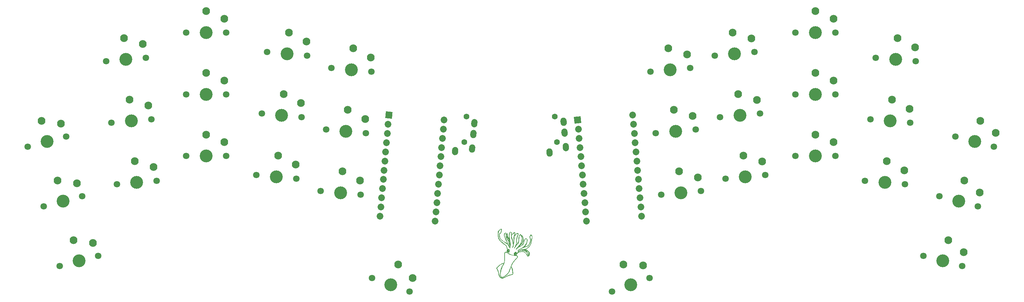
<source format=gbr>
%TF.GenerationSoftware,KiCad,Pcbnew,(5.1.9)-1*%
%TF.CreationDate,2021-06-30T20:34:52+02:00*%
%TF.ProjectId,dosidicus_gigas,646f7369-6469-4637-9573-5f6769676173,VERSION_HERE*%
%TF.SameCoordinates,Original*%
%TF.FileFunction,Soldermask,Top*%
%TF.FilePolarity,Negative*%
%FSLAX46Y46*%
G04 Gerber Fmt 4.6, Leading zero omitted, Abs format (unit mm)*
G04 Created by KiCad (PCBNEW (5.1.9)-1) date 2021-06-30 20:34:52*
%MOMM*%
%LPD*%
G01*
G04 APERTURE LIST*
%ADD10C,0.010000*%
%ADD11C,3.529000*%
%ADD12C,1.801800*%
%ADD13C,2.132000*%
%ADD14C,1.852600*%
%ADD15C,1.600000*%
G04 APERTURE END LIST*
D10*
%TO.C,G\u002A\u002A\u002A*%
G36*
X129804762Y-5302306D02*
G01*
X129710254Y-5270655D01*
X129441321Y-5087579D01*
X129229122Y-4746982D01*
X129075014Y-4251366D01*
X129031421Y-4019525D01*
X128940994Y-3650887D01*
X128795909Y-3247147D01*
X128679091Y-2996356D01*
X128410332Y-2492113D01*
X128896218Y-2044556D01*
X129368707Y-1639718D01*
X129759879Y-1372372D01*
X130078862Y-1236858D01*
X130231929Y-1216434D01*
X130376675Y-1191512D01*
X130484026Y-1103913D01*
X130558887Y-933470D01*
X130606161Y-660016D01*
X130630755Y-263385D01*
X130637572Y276590D01*
X130637005Y449039D01*
X130637077Y938201D01*
X130645567Y1286296D01*
X130665299Y1521494D01*
X130699100Y1671969D01*
X130749794Y1765894D01*
X130771498Y1790070D01*
X130975653Y1892417D01*
X131109452Y1893692D01*
X131247938Y1893252D01*
X131322624Y1990005D01*
X131360717Y2146800D01*
X131383605Y2582330D01*
X131313175Y3041533D01*
X131163606Y3441046D01*
X131131003Y3497557D01*
X130976719Y3680071D01*
X130725176Y3908766D01*
X130423695Y4141668D01*
X130337449Y4201464D01*
X129794439Y4617871D01*
X129379661Y5057976D01*
X129056726Y5557334D01*
X128978028Y5743713D01*
X128929011Y5975259D01*
X128903908Y6293842D01*
X128896958Y6717433D01*
X128896333Y7581199D01*
X129231016Y7923933D01*
X129443902Y8113692D01*
X129636434Y8238155D01*
X129729506Y8266667D01*
X129821936Y8250260D01*
X129862044Y8174062D01*
X129859531Y7997606D01*
X129839431Y7808204D01*
X129792414Y7465658D01*
X129737445Y7248742D01*
X129655621Y7114106D01*
X129528039Y7018402D01*
X129484509Y6994264D01*
X129323821Y6815988D01*
X129275214Y6518231D01*
X129339228Y6108916D01*
X129408643Y5879459D01*
X129476101Y5695408D01*
X129552456Y5540933D01*
X129657725Y5399036D01*
X129811927Y5252719D01*
X130035079Y5084983D01*
X130347198Y4878830D01*
X130768303Y4617261D01*
X131213786Y4346588D01*
X131499239Y4173803D01*
X131437974Y4378735D01*
X131386082Y4530986D01*
X131310118Y4706077D01*
X131192744Y4939477D01*
X131016623Y5266654D01*
X130903229Y5472667D01*
X130692415Y5936350D01*
X130583935Y6364719D01*
X130582742Y6726765D01*
X130666648Y6954488D01*
X130860725Y7128800D01*
X131093677Y7147586D01*
X131336966Y7010653D01*
X131389276Y6959361D01*
X131517826Y6790499D01*
X131532571Y6630751D01*
X131492095Y6490795D01*
X131445812Y6312155D01*
X131481851Y6279228D01*
X131487723Y6282597D01*
X131554103Y6269668D01*
X131555418Y6221997D01*
X131571467Y6055354D01*
X131642268Y5857613D01*
X131737072Y5697416D01*
X131815238Y5642000D01*
X131861040Y5721034D01*
X131891545Y5936259D01*
X131902000Y6237386D01*
X131927846Y6686352D01*
X131999027Y7049086D01*
X132106010Y7308001D01*
X132239260Y7445508D01*
X132389241Y7444020D01*
X132503009Y7346056D01*
X132584976Y7205962D01*
X132624425Y7014619D01*
X132628566Y6724097D01*
X132621403Y6558952D01*
X132616407Y6169562D01*
X132660110Y5850497D01*
X132768031Y5506028D01*
X132809688Y5397533D01*
X132935502Y5028989D01*
X133038685Y4640480D01*
X133088467Y4372000D01*
X133112499Y4216571D01*
X133130521Y4192100D01*
X133143653Y4308256D01*
X133153018Y4574709D01*
X133159552Y4984925D01*
X133171691Y5495894D01*
X133197800Y5879002D01*
X133242796Y6175478D01*
X133311594Y6426552D01*
X133341290Y6508925D01*
X133435007Y6773291D01*
X133496504Y6980889D01*
X133510624Y7060167D01*
X133462904Y7161121D01*
X133334078Y7137427D01*
X133145852Y6998990D01*
X132966931Y6812094D01*
X132777909Y6605635D01*
X132680389Y6527649D01*
X132682006Y6576308D01*
X132790394Y6749784D01*
X132854500Y6839014D01*
X133049572Y7050070D01*
X133265188Y7211912D01*
X133279354Y7219547D01*
X133447255Y7293942D01*
X133528835Y7275881D01*
X133566439Y7203842D01*
X133577665Y7035427D01*
X133536724Y6800248D01*
X133525335Y6760686D01*
X133463353Y6521463D01*
X133471640Y6436204D01*
X133550355Y6504736D01*
X133641003Y6634191D01*
X133877167Y6922234D01*
X134107867Y7063952D01*
X134317775Y7053233D01*
X134442460Y6953780D01*
X134488268Y6854990D01*
X134473928Y6708585D01*
X134391746Y6474481D01*
X134316505Y6297613D01*
X134199078Y5994216D01*
X134118436Y5683660D01*
X134063690Y5311433D01*
X134024888Y4837667D01*
X134002031Y4460936D01*
X133985870Y4152987D01*
X133978087Y3948994D01*
X133979299Y3883633D01*
X134030493Y3932293D01*
X134144116Y4081553D01*
X134213462Y4179967D01*
X134384101Y4497042D01*
X134508703Y4860549D01*
X134570065Y5206635D01*
X134556406Y5452754D01*
X134546441Y5696519D01*
X134600781Y6009922D01*
X134700164Y6322970D01*
X134825325Y6565672D01*
X134880175Y6629098D01*
X135011413Y6731151D01*
X135101992Y6710255D01*
X135197122Y6602853D01*
X135362843Y6455044D01*
X135499050Y6391922D01*
X135642517Y6284774D01*
X135762551Y6048225D01*
X135844357Y5721988D01*
X135863366Y5500583D01*
X135770339Y5500583D01*
X135670376Y6001275D01*
X135639007Y6086500D01*
X135536437Y6278920D01*
X135461734Y6313799D01*
X135437783Y6202858D01*
X135474530Y6002265D01*
X135528404Y5559726D01*
X135480528Y5049580D01*
X135338100Y4533850D01*
X135290384Y4415524D01*
X135108225Y3993381D01*
X135323315Y4195447D01*
X135589839Y4555921D01*
X135741171Y5004882D01*
X135770339Y5500583D01*
X135863366Y5500583D01*
X135873032Y5388000D01*
X135800983Y4895864D01*
X135570126Y4398704D01*
X135176169Y3887471D01*
X135145325Y3854085D01*
X134738333Y3417774D01*
X135181494Y3641635D01*
X135566893Y3906658D01*
X135828330Y4261454D01*
X135985124Y4733351D01*
X135997132Y4795334D01*
X136091237Y5112311D01*
X136236733Y5387529D01*
X136405373Y5578154D01*
X136555470Y5642000D01*
X136755145Y5566207D01*
X136896782Y5366032D01*
X136959578Y5082283D01*
X136948156Y4871674D01*
X136863230Y4556710D01*
X136713609Y4181865D01*
X136531543Y3817460D01*
X136349281Y3533820D01*
X136316181Y3493588D01*
X136236400Y3391299D01*
X136265140Y3361428D01*
X136428289Y3388288D01*
X136474000Y3397952D01*
X136919726Y3543467D01*
X137253508Y3779556D01*
X137455545Y4030052D01*
X137626791Y4407762D01*
X137721815Y4869247D01*
X137731936Y5343002D01*
X137660936Y5721809D01*
X137603428Y5938297D01*
X137614068Y6108368D01*
X137703725Y6312487D01*
X137752748Y6401464D01*
X137951913Y6755832D01*
X138103031Y6569210D01*
X138283551Y6239923D01*
X138305880Y5906855D01*
X138301050Y5891551D01*
X138227648Y5891551D01*
X138226663Y6061407D01*
X138144524Y6271671D01*
X138132783Y6296435D01*
X137985105Y6606119D01*
X137813925Y6335759D01*
X137704282Y6122288D01*
X137695652Y5939603D01*
X137735706Y5798732D01*
X137812082Y5416219D01*
X137819434Y4965508D01*
X137761156Y4527821D01*
X137670765Y4244274D01*
X137411851Y3840840D01*
X137060941Y3530024D01*
X136659219Y3345676D01*
X136548967Y3322226D01*
X136270261Y3246762D01*
X135909988Y3106245D01*
X135512202Y2922926D01*
X135120959Y2719054D01*
X134780314Y2516877D01*
X134534324Y2338645D01*
X134463587Y2269061D01*
X134340063Y2144398D01*
X134275701Y2122000D01*
X134273087Y2133660D01*
X134345859Y2284226D01*
X134544622Y2474130D01*
X134838319Y2679379D01*
X135195897Y2875982D01*
X135292941Y2921563D01*
X135881306Y3273473D01*
X136344570Y3736209D01*
X136675879Y4302592D01*
X136722448Y4418930D01*
X136829703Y4797830D01*
X136861906Y5134951D01*
X136819003Y5391670D01*
X136723963Y5517495D01*
X136545356Y5544452D01*
X136369054Y5421142D01*
X136208520Y5166264D01*
X136077219Y4798516D01*
X136019446Y4539116D01*
X135865247Y4143741D01*
X135567246Y3795396D01*
X135149574Y3519400D01*
X134974084Y3442442D01*
X134428129Y3141172D01*
X134111253Y2859924D01*
X133924942Y2674809D01*
X133834418Y2611304D01*
X133845796Y2673626D01*
X133848390Y2678667D01*
X133953610Y2831255D01*
X134144988Y3065977D01*
X134390128Y3344063D01*
X134534046Y3499238D01*
X134826507Y3822420D01*
X135024949Y4084601D01*
X135162129Y4337039D01*
X135270803Y4630990D01*
X135283742Y4672323D01*
X135398124Y5084674D01*
X135446715Y5406923D01*
X135431599Y5704103D01*
X135354860Y6041246D01*
X135330334Y6125830D01*
X135207596Y6434942D01*
X135078225Y6584862D01*
X134951389Y6584991D01*
X134836258Y6444731D01*
X134742001Y6173485D01*
X134677787Y5780653D01*
X134655483Y5433845D01*
X134614741Y4928880D01*
X134513760Y4533763D01*
X134331641Y4193643D01*
X134057320Y3864000D01*
X133837038Y3599059D01*
X133621545Y3289521D01*
X133559669Y3186667D01*
X133440525Y2996947D01*
X133361527Y2909722D01*
X133342353Y2925254D01*
X133385143Y3057497D01*
X133496856Y3275589D01*
X133612083Y3466770D01*
X133733350Y3668163D01*
X133815519Y3852099D01*
X133869394Y4063371D01*
X133905775Y4346774D01*
X133935466Y4747102D01*
X133940554Y4828849D01*
X133980341Y5324468D01*
X134036632Y5705752D01*
X134120007Y6027591D01*
X134225909Y6309329D01*
X134352675Y6647339D01*
X134391988Y6856453D01*
X134365401Y6937799D01*
X134217276Y6979982D01*
X134020139Y6901568D01*
X133813894Y6726075D01*
X133665383Y6525241D01*
X133532346Y6340756D01*
X133441508Y6303413D01*
X133425617Y6319953D01*
X133381955Y6321059D01*
X133360316Y6186313D01*
X133360120Y6178249D01*
X133357592Y6107667D01*
X133341333Y6107667D01*
X133299000Y6150000D01*
X133256666Y6107667D01*
X133299000Y6065334D01*
X133341333Y6107667D01*
X133357592Y6107667D01*
X133340418Y5628193D01*
X133305124Y5071982D01*
X133257775Y4541980D01*
X133201911Y4070552D01*
X133141070Y3690063D01*
X133078791Y3432879D01*
X133052995Y3369299D01*
X132948871Y3198542D01*
X132873560Y3126239D01*
X132862564Y3129214D01*
X132863611Y3227497D01*
X132911140Y3343183D01*
X132995296Y3636745D01*
X133009718Y4037813D01*
X132958286Y4501399D01*
X132844877Y4982513D01*
X132744988Y5270261D01*
X132607812Y5643554D01*
X132532537Y5946165D01*
X132504619Y6258508D01*
X132507079Y6585641D01*
X132500699Y7022070D01*
X132450595Y7295938D01*
X132356404Y7408373D01*
X132251179Y7384164D01*
X132127146Y7218096D01*
X132044016Y6919102D01*
X132003036Y6518882D01*
X132005454Y6049135D01*
X132052516Y5541560D01*
X132057321Y5515000D01*
X131817333Y5515000D01*
X131775000Y5557334D01*
X131732666Y5515000D01*
X131775000Y5472667D01*
X131817333Y5515000D01*
X132057321Y5515000D01*
X132145470Y5027856D01*
X132156593Y4980470D01*
X132264432Y4476610D01*
X132314264Y4078178D01*
X132308633Y3740310D01*
X132232344Y3740310D01*
X132157197Y3761231D01*
X132083729Y3740934D01*
X131944011Y3726291D01*
X131902528Y3831085D01*
X131902000Y3858295D01*
X131940851Y4010682D01*
X132047611Y4009248D01*
X132121125Y3949675D01*
X132193237Y3937003D01*
X132217486Y4034640D01*
X132197944Y4153052D01*
X132082597Y4164581D01*
X132023760Y4151453D01*
X131869544Y4137714D01*
X131819326Y4227794D01*
X131817333Y4278155D01*
X131850097Y4420660D01*
X131899343Y4456667D01*
X131944694Y4392285D01*
X131930285Y4308500D01*
X131910949Y4223548D01*
X131966928Y4271321D01*
X132014917Y4329667D01*
X132135307Y4514580D01*
X132119087Y4602060D01*
X131965142Y4596233D01*
X131944333Y4591232D01*
X131780284Y4578684D01*
X131732666Y4661724D01*
X131783630Y4806561D01*
X131817333Y4837667D01*
X131893952Y4822721D01*
X131903296Y4779164D01*
X131925384Y4722090D01*
X131983494Y4793099D01*
X132010951Y4930922D01*
X131971350Y4974133D01*
X131926366Y5082009D01*
X131946568Y5137616D01*
X131966402Y5204356D01*
X131900693Y5175526D01*
X131824084Y5156671D01*
X131839932Y5240104D01*
X131825868Y5378637D01*
X131769654Y5420669D01*
X131660497Y5530072D01*
X131648000Y5587951D01*
X131580151Y5723553D01*
X131531691Y5753182D01*
X131428885Y5870798D01*
X131363133Y6088458D01*
X131345208Y6338924D01*
X131385884Y6554957D01*
X131398833Y6582364D01*
X131450331Y6706830D01*
X131402447Y6705554D01*
X131326053Y6721548D01*
X131309333Y6808226D01*
X131253066Y7004907D01*
X131113365Y7085327D01*
X130933883Y7045134D01*
X130758272Y6879973D01*
X130747662Y6864245D01*
X130667376Y6710154D01*
X130647787Y6545976D01*
X130684789Y6306042D01*
X130706632Y6208079D01*
X130804708Y5905811D01*
X130962361Y5544013D01*
X131135485Y5218667D01*
X131306833Y4904531D01*
X131445194Y4602992D01*
X131521475Y4377669D01*
X131522652Y4372000D01*
X131592932Y4133955D01*
X131683069Y3956890D01*
X131689681Y3948667D01*
X131794772Y3795934D01*
X131928259Y3566684D01*
X131972850Y3483000D01*
X132075780Y3310097D01*
X132141487Y3248445D01*
X132153414Y3271334D01*
X132178691Y3452491D01*
X132211885Y3598473D01*
X132232344Y3740310D01*
X132308633Y3740310D01*
X132308501Y3732415D01*
X132249556Y3386560D01*
X132232651Y3316911D01*
X132139969Y2948838D01*
X131870491Y3469400D01*
X131751822Y3686927D01*
X131634125Y3858892D01*
X131487530Y4012608D01*
X131282163Y4175391D01*
X130988153Y4374554D01*
X130632064Y4601801D01*
X130139146Y4927521D01*
X129777644Y5208136D01*
X129525821Y5470778D01*
X129361943Y5742582D01*
X129264273Y6050681D01*
X129216260Y6369196D01*
X129193908Y6648494D01*
X129211818Y6820485D01*
X129288097Y6945744D01*
X129426579Y7072784D01*
X129600402Y7258398D01*
X129698286Y7485174D01*
X129744005Y7737500D01*
X129766644Y8023235D01*
X129730146Y8157162D01*
X129618514Y8146782D01*
X129415745Y7999598D01*
X129334383Y7929564D01*
X129191166Y7793142D01*
X129100991Y7660291D01*
X129046696Y7483470D01*
X129011119Y7215134D01*
X128990540Y6977064D01*
X128977526Y6370831D01*
X129055274Y5872323D01*
X129236207Y5439141D01*
X129532750Y5028886D01*
X129575605Y4980394D01*
X129860602Y4696564D01*
X130190457Y4415049D01*
X130400268Y4260936D01*
X130671523Y4067944D01*
X130910511Y3877009D01*
X131030126Y3765446D01*
X131257159Y3435655D01*
X131418862Y3036183D01*
X131479963Y2660220D01*
X131507763Y2426446D01*
X131572616Y2255334D01*
X131636885Y2178607D01*
X131624218Y2251513D01*
X131616311Y2276500D01*
X131603262Y2497101D01*
X131702907Y2644521D01*
X131824778Y2678667D01*
X131962160Y2608054D01*
X132040841Y2432269D01*
X132046941Y2358781D01*
X131897656Y2358781D01*
X131833791Y2424417D01*
X131827203Y2424667D01*
X131757274Y2352350D01*
X131711803Y2212260D01*
X131697856Y2070490D01*
X131749410Y2067387D01*
X131786599Y2095627D01*
X131879020Y2225641D01*
X131897656Y2358781D01*
X132046941Y2358781D01*
X132059676Y2205390D01*
X132017523Y1981495D01*
X131941716Y1860222D01*
X131789111Y1860222D01*
X131777489Y1910557D01*
X131732666Y1916667D01*
X131662976Y1885689D01*
X131676222Y1860222D01*
X131776702Y1850089D01*
X131789111Y1860222D01*
X131941716Y1860222D01*
X131913237Y1814663D01*
X131843956Y1771923D01*
X131681278Y1794509D01*
X131550146Y1911928D01*
X131440060Y2039303D01*
X131399618Y2037825D01*
X131394000Y1931812D01*
X131471217Y1755267D01*
X131679327Y1563833D01*
X131983016Y1375016D01*
X132346970Y1206322D01*
X132735877Y1075259D01*
X133114423Y999331D01*
X133299000Y987429D01*
X133541459Y992844D01*
X133692042Y1035638D01*
X133806753Y1151451D01*
X133941597Y1375921D01*
X133959476Y1407731D01*
X134146028Y1688890D01*
X134359612Y1939046D01*
X134469884Y2038386D01*
X134786212Y2244979D01*
X135140236Y2423320D01*
X135473829Y2547618D01*
X135717799Y2592141D01*
X136202284Y2666841D01*
X136700241Y2865029D01*
X137147818Y3159546D01*
X137237346Y3238452D01*
X137648072Y3729478D01*
X137905220Y4286700D01*
X138003520Y4883230D01*
X138038374Y5218189D01*
X138108312Y5541904D01*
X138150113Y5666209D01*
X138227648Y5891551D01*
X138301050Y5891551D01*
X138253713Y5741590D01*
X138189391Y5526627D01*
X138139944Y5226655D01*
X138124092Y5043941D01*
X138016820Y4353985D01*
X137777326Y3757870D01*
X137411479Y3265581D01*
X136925151Y2887106D01*
X136823570Y2830950D01*
X136369490Y2593735D01*
X136634190Y2540796D01*
X136801538Y2467000D01*
X136474000Y2467000D01*
X136431666Y2509334D01*
X136389333Y2467000D01*
X136431666Y2424667D01*
X136474000Y2467000D01*
X136801538Y2467000D01*
X136919727Y2414882D01*
X137206749Y2178923D01*
X137331482Y2025603D01*
X137222352Y2025603D01*
X137201751Y2072918D01*
X137116501Y2163812D01*
X137067491Y2145166D01*
X137066666Y2133330D01*
X137126803Y2061718D01*
X137164415Y2035582D01*
X137222352Y2025603D01*
X137331482Y2025603D01*
X137446268Y1884510D01*
X137589300Y1583233D01*
X137595572Y1554620D01*
X137446806Y1554620D01*
X137435797Y1682691D01*
X137393667Y1697790D01*
X137324287Y1714091D01*
X137320666Y1738488D01*
X137265297Y1845810D01*
X137133588Y2007467D01*
X136977136Y2166867D01*
X136847539Y2267414D01*
X136831909Y2274576D01*
X136788077Y2350660D01*
X136788901Y2353371D01*
X136730925Y2381372D01*
X136565395Y2370922D01*
X136563484Y2370623D01*
X136371128Y2370171D01*
X136264753Y2420752D01*
X136144818Y2505390D01*
X136114154Y2509334D01*
X136095683Y2470001D01*
X136174310Y2395257D01*
X136269580Y2297667D01*
X136135333Y2297667D01*
X136093000Y2340000D01*
X136050666Y2297667D01*
X136093000Y2255334D01*
X136135333Y2297667D01*
X136269580Y2297667D01*
X136273870Y2293273D01*
X136227842Y2217954D01*
X136221209Y2213747D01*
X136086081Y2222743D01*
X135947035Y2348990D01*
X135850767Y2457142D01*
X135832063Y2455490D01*
X135837019Y2445236D01*
X135832010Y2382334D01*
X135712000Y2382334D01*
X135669666Y2424667D01*
X135627333Y2382334D01*
X135669666Y2340000D01*
X135712000Y2382334D01*
X135832010Y2382334D01*
X135828510Y2338403D01*
X135724456Y2279233D01*
X135597071Y2292351D01*
X135540185Y2344016D01*
X135467950Y2399877D01*
X135340732Y2390621D01*
X135134017Y2307831D01*
X134823295Y2143087D01*
X134625853Y2030016D01*
X134387788Y1879277D01*
X134301586Y1798445D01*
X134362017Y1794217D01*
X134563852Y1873287D01*
X134698292Y1937271D01*
X135197259Y2100978D01*
X135684957Y2107462D01*
X136135375Y1965874D01*
X136522499Y1685361D01*
X136820320Y1275073D01*
X136868823Y1173864D01*
X136986752Y924108D01*
X137073615Y803734D01*
X137158925Y784003D01*
X137236202Y816108D01*
X137376122Y974958D01*
X137416139Y1136479D01*
X137432225Y1389042D01*
X137446806Y1554620D01*
X137595572Y1554620D01*
X137603079Y1520382D01*
X137613714Y1281667D01*
X137574666Y1281667D01*
X137532333Y1324000D01*
X137490000Y1281667D01*
X137532333Y1239334D01*
X137574666Y1281667D01*
X137613714Y1281667D01*
X137614143Y1272045D01*
X137533832Y1060907D01*
X137437155Y921693D01*
X137235895Y718567D01*
X137065908Y681657D01*
X136923418Y811624D01*
X136829286Y1028206D01*
X136612901Y1471757D01*
X136297943Y1778514D01*
X135882005Y1950013D01*
X135362674Y1987789D01*
X135326722Y1985745D01*
X134847340Y1895149D01*
X134425333Y1701424D01*
X134102107Y1427244D01*
X133980463Y1248506D01*
X133914301Y1087306D01*
X133957149Y997146D01*
X134049190Y944181D01*
X134201319Y790095D01*
X134244485Y663324D01*
X134173313Y663324D01*
X134147701Y758885D01*
X134080751Y820430D01*
X133937834Y859093D01*
X133684319Y886008D01*
X133426000Y903601D01*
X132647807Y1027482D01*
X131953234Y1294277D01*
X131453028Y1616758D01*
X131177802Y1789071D01*
X130970076Y1812732D01*
X130817319Y1688314D01*
X130792952Y1647007D01*
X130741466Y1437679D01*
X130724418Y1065502D01*
X130738131Y596285D01*
X130754512Y42790D01*
X130732519Y-410939D01*
X130660538Y-817901D01*
X130526953Y-1231096D01*
X130320150Y-1703523D01*
X130164703Y-2020333D01*
X129937319Y-2492934D01*
X129781004Y-2874733D01*
X129677256Y-3218629D01*
X129607570Y-3577522D01*
X129598435Y-3639242D01*
X129553644Y-4191910D01*
X129596443Y-4604475D01*
X129725502Y-4875161D01*
X129939492Y-5002193D01*
X130237083Y-4983793D01*
X130520312Y-4870452D01*
X130760255Y-4709438D01*
X131057063Y-4455963D01*
X131366366Y-4153303D01*
X131643789Y-3844731D01*
X131836671Y-3586666D01*
X131921658Y-3415328D01*
X132038324Y-3129987D01*
X132167816Y-2778258D01*
X132237293Y-2574906D01*
X132498562Y-1864443D01*
X132777850Y-1275996D01*
X133101972Y-762477D01*
X133497742Y-276795D01*
X133622979Y-141563D01*
X133912785Y178155D01*
X134089259Y410298D01*
X134167768Y577339D01*
X134173313Y663324D01*
X134244485Y663324D01*
X134256764Y627266D01*
X134246556Y498521D01*
X134174630Y345052D01*
X134022812Y139794D01*
X133772927Y-144316D01*
X133648279Y-278793D01*
X133209375Y-793108D01*
X132873201Y-1281798D01*
X132746653Y-1516553D01*
X132611597Y-1809041D01*
X132545871Y-1992335D01*
X132541828Y-2108066D01*
X132591819Y-2197863D01*
X132616294Y-2226064D01*
X132711079Y-2402468D01*
X132806428Y-2696874D01*
X132891481Y-3058336D01*
X132955373Y-3435907D01*
X132987243Y-3778641D01*
X132985751Y-3947897D01*
X132910975Y-3947897D01*
X132889095Y-3669527D01*
X132839488Y-3326857D01*
X132770465Y-2969450D01*
X132690333Y-2646867D01*
X132613513Y-2422458D01*
X132476122Y-2105000D01*
X132251168Y-2790750D01*
X132117951Y-3150699D01*
X131968408Y-3484340D01*
X131830799Y-3729852D01*
X131806069Y-3764417D01*
X131397470Y-4247824D01*
X130993821Y-4630713D01*
X130610363Y-4905030D01*
X130262338Y-5062723D01*
X129964985Y-5095740D01*
X129733546Y-4996027D01*
X129652661Y-4902226D01*
X129506147Y-4538462D01*
X129459647Y-4070794D01*
X129509388Y-3529120D01*
X129651602Y-2943335D01*
X129882517Y-2343338D01*
X130007346Y-2089923D01*
X130168301Y-1780432D01*
X130293970Y-1530576D01*
X130366809Y-1375662D01*
X130378000Y-1343911D01*
X130307577Y-1302891D01*
X130127966Y-1321506D01*
X129899031Y-1390391D01*
X129722012Y-1492654D01*
X129477334Y-1677717D01*
X129215516Y-1907107D01*
X129194885Y-1926658D01*
X128955625Y-2146387D01*
X128753495Y-2316770D01*
X128627185Y-2405462D01*
X128616951Y-2409794D01*
X128577548Y-2476175D01*
X128618993Y-2637964D01*
X128747251Y-2916965D01*
X128765527Y-2953027D01*
X128920471Y-3316626D01*
X129059239Y-3743769D01*
X129136200Y-4066371D01*
X129255055Y-4556706D01*
X129408200Y-4900571D01*
X129607452Y-5119334D01*
X129765290Y-5203808D01*
X129934953Y-5248598D01*
X130118132Y-5245088D01*
X130346426Y-5184280D01*
X130651433Y-5057177D01*
X131064751Y-4854782D01*
X131157523Y-4807386D01*
X131541007Y-4626684D01*
X131932778Y-4468561D01*
X132267978Y-4358339D01*
X132371762Y-4333320D01*
X132650100Y-4258188D01*
X132841572Y-4169187D01*
X132896820Y-4112405D01*
X132910975Y-3947897D01*
X132985751Y-3947897D01*
X132985658Y-3958355D01*
X132960333Y-4300991D01*
X132367666Y-4435956D01*
X132018972Y-4539607D01*
X131596413Y-4700561D01*
X131172144Y-4890373D01*
X131018527Y-4967794D01*
X130637469Y-5163310D01*
X130364918Y-5285409D01*
X130161519Y-5343201D01*
X129987918Y-5345797D01*
X129804762Y-5302306D01*
G37*
X129804762Y-5302306D02*
X129710254Y-5270655D01*
X129441321Y-5087579D01*
X129229122Y-4746982D01*
X129075014Y-4251366D01*
X129031421Y-4019525D01*
X128940994Y-3650887D01*
X128795909Y-3247147D01*
X128679091Y-2996356D01*
X128410332Y-2492113D01*
X128896218Y-2044556D01*
X129368707Y-1639718D01*
X129759879Y-1372372D01*
X130078862Y-1236858D01*
X130231929Y-1216434D01*
X130376675Y-1191512D01*
X130484026Y-1103913D01*
X130558887Y-933470D01*
X130606161Y-660016D01*
X130630755Y-263385D01*
X130637572Y276590D01*
X130637005Y449039D01*
X130637077Y938201D01*
X130645567Y1286296D01*
X130665299Y1521494D01*
X130699100Y1671969D01*
X130749794Y1765894D01*
X130771498Y1790070D01*
X130975653Y1892417D01*
X131109452Y1893692D01*
X131247938Y1893252D01*
X131322624Y1990005D01*
X131360717Y2146800D01*
X131383605Y2582330D01*
X131313175Y3041533D01*
X131163606Y3441046D01*
X131131003Y3497557D01*
X130976719Y3680071D01*
X130725176Y3908766D01*
X130423695Y4141668D01*
X130337449Y4201464D01*
X129794439Y4617871D01*
X129379661Y5057976D01*
X129056726Y5557334D01*
X128978028Y5743713D01*
X128929011Y5975259D01*
X128903908Y6293842D01*
X128896958Y6717433D01*
X128896333Y7581199D01*
X129231016Y7923933D01*
X129443902Y8113692D01*
X129636434Y8238155D01*
X129729506Y8266667D01*
X129821936Y8250260D01*
X129862044Y8174062D01*
X129859531Y7997606D01*
X129839431Y7808204D01*
X129792414Y7465658D01*
X129737445Y7248742D01*
X129655621Y7114106D01*
X129528039Y7018402D01*
X129484509Y6994264D01*
X129323821Y6815988D01*
X129275214Y6518231D01*
X129339228Y6108916D01*
X129408643Y5879459D01*
X129476101Y5695408D01*
X129552456Y5540933D01*
X129657725Y5399036D01*
X129811927Y5252719D01*
X130035079Y5084983D01*
X130347198Y4878830D01*
X130768303Y4617261D01*
X131213786Y4346588D01*
X131499239Y4173803D01*
X131437974Y4378735D01*
X131386082Y4530986D01*
X131310118Y4706077D01*
X131192744Y4939477D01*
X131016623Y5266654D01*
X130903229Y5472667D01*
X130692415Y5936350D01*
X130583935Y6364719D01*
X130582742Y6726765D01*
X130666648Y6954488D01*
X130860725Y7128800D01*
X131093677Y7147586D01*
X131336966Y7010653D01*
X131389276Y6959361D01*
X131517826Y6790499D01*
X131532571Y6630751D01*
X131492095Y6490795D01*
X131445812Y6312155D01*
X131481851Y6279228D01*
X131487723Y6282597D01*
X131554103Y6269668D01*
X131555418Y6221997D01*
X131571467Y6055354D01*
X131642268Y5857613D01*
X131737072Y5697416D01*
X131815238Y5642000D01*
X131861040Y5721034D01*
X131891545Y5936259D01*
X131902000Y6237386D01*
X131927846Y6686352D01*
X131999027Y7049086D01*
X132106010Y7308001D01*
X132239260Y7445508D01*
X132389241Y7444020D01*
X132503009Y7346056D01*
X132584976Y7205962D01*
X132624425Y7014619D01*
X132628566Y6724097D01*
X132621403Y6558952D01*
X132616407Y6169562D01*
X132660110Y5850497D01*
X132768031Y5506028D01*
X132809688Y5397533D01*
X132935502Y5028989D01*
X133038685Y4640480D01*
X133088467Y4372000D01*
X133112499Y4216571D01*
X133130521Y4192100D01*
X133143653Y4308256D01*
X133153018Y4574709D01*
X133159552Y4984925D01*
X133171691Y5495894D01*
X133197800Y5879002D01*
X133242796Y6175478D01*
X133311594Y6426552D01*
X133341290Y6508925D01*
X133435007Y6773291D01*
X133496504Y6980889D01*
X133510624Y7060167D01*
X133462904Y7161121D01*
X133334078Y7137427D01*
X133145852Y6998990D01*
X132966931Y6812094D01*
X132777909Y6605635D01*
X132680389Y6527649D01*
X132682006Y6576308D01*
X132790394Y6749784D01*
X132854500Y6839014D01*
X133049572Y7050070D01*
X133265188Y7211912D01*
X133279354Y7219547D01*
X133447255Y7293942D01*
X133528835Y7275881D01*
X133566439Y7203842D01*
X133577665Y7035427D01*
X133536724Y6800248D01*
X133525335Y6760686D01*
X133463353Y6521463D01*
X133471640Y6436204D01*
X133550355Y6504736D01*
X133641003Y6634191D01*
X133877167Y6922234D01*
X134107867Y7063952D01*
X134317775Y7053233D01*
X134442460Y6953780D01*
X134488268Y6854990D01*
X134473928Y6708585D01*
X134391746Y6474481D01*
X134316505Y6297613D01*
X134199078Y5994216D01*
X134118436Y5683660D01*
X134063690Y5311433D01*
X134024888Y4837667D01*
X134002031Y4460936D01*
X133985870Y4152987D01*
X133978087Y3948994D01*
X133979299Y3883633D01*
X134030493Y3932293D01*
X134144116Y4081553D01*
X134213462Y4179967D01*
X134384101Y4497042D01*
X134508703Y4860549D01*
X134570065Y5206635D01*
X134556406Y5452754D01*
X134546441Y5696519D01*
X134600781Y6009922D01*
X134700164Y6322970D01*
X134825325Y6565672D01*
X134880175Y6629098D01*
X135011413Y6731151D01*
X135101992Y6710255D01*
X135197122Y6602853D01*
X135362843Y6455044D01*
X135499050Y6391922D01*
X135642517Y6284774D01*
X135762551Y6048225D01*
X135844357Y5721988D01*
X135863366Y5500583D01*
X135770339Y5500583D01*
X135670376Y6001275D01*
X135639007Y6086500D01*
X135536437Y6278920D01*
X135461734Y6313799D01*
X135437783Y6202858D01*
X135474530Y6002265D01*
X135528404Y5559726D01*
X135480528Y5049580D01*
X135338100Y4533850D01*
X135290384Y4415524D01*
X135108225Y3993381D01*
X135323315Y4195447D01*
X135589839Y4555921D01*
X135741171Y5004882D01*
X135770339Y5500583D01*
X135863366Y5500583D01*
X135873032Y5388000D01*
X135800983Y4895864D01*
X135570126Y4398704D01*
X135176169Y3887471D01*
X135145325Y3854085D01*
X134738333Y3417774D01*
X135181494Y3641635D01*
X135566893Y3906658D01*
X135828330Y4261454D01*
X135985124Y4733351D01*
X135997132Y4795334D01*
X136091237Y5112311D01*
X136236733Y5387529D01*
X136405373Y5578154D01*
X136555470Y5642000D01*
X136755145Y5566207D01*
X136896782Y5366032D01*
X136959578Y5082283D01*
X136948156Y4871674D01*
X136863230Y4556710D01*
X136713609Y4181865D01*
X136531543Y3817460D01*
X136349281Y3533820D01*
X136316181Y3493588D01*
X136236400Y3391299D01*
X136265140Y3361428D01*
X136428289Y3388288D01*
X136474000Y3397952D01*
X136919726Y3543467D01*
X137253508Y3779556D01*
X137455545Y4030052D01*
X137626791Y4407762D01*
X137721815Y4869247D01*
X137731936Y5343002D01*
X137660936Y5721809D01*
X137603428Y5938297D01*
X137614068Y6108368D01*
X137703725Y6312487D01*
X137752748Y6401464D01*
X137951913Y6755832D01*
X138103031Y6569210D01*
X138283551Y6239923D01*
X138305880Y5906855D01*
X138301050Y5891551D01*
X138227648Y5891551D01*
X138226663Y6061407D01*
X138144524Y6271671D01*
X138132783Y6296435D01*
X137985105Y6606119D01*
X137813925Y6335759D01*
X137704282Y6122288D01*
X137695652Y5939603D01*
X137735706Y5798732D01*
X137812082Y5416219D01*
X137819434Y4965508D01*
X137761156Y4527821D01*
X137670765Y4244274D01*
X137411851Y3840840D01*
X137060941Y3530024D01*
X136659219Y3345676D01*
X136548967Y3322226D01*
X136270261Y3246762D01*
X135909988Y3106245D01*
X135512202Y2922926D01*
X135120959Y2719054D01*
X134780314Y2516877D01*
X134534324Y2338645D01*
X134463587Y2269061D01*
X134340063Y2144398D01*
X134275701Y2122000D01*
X134273087Y2133660D01*
X134345859Y2284226D01*
X134544622Y2474130D01*
X134838319Y2679379D01*
X135195897Y2875982D01*
X135292941Y2921563D01*
X135881306Y3273473D01*
X136344570Y3736209D01*
X136675879Y4302592D01*
X136722448Y4418930D01*
X136829703Y4797830D01*
X136861906Y5134951D01*
X136819003Y5391670D01*
X136723963Y5517495D01*
X136545356Y5544452D01*
X136369054Y5421142D01*
X136208520Y5166264D01*
X136077219Y4798516D01*
X136019446Y4539116D01*
X135865247Y4143741D01*
X135567246Y3795396D01*
X135149574Y3519400D01*
X134974084Y3442442D01*
X134428129Y3141172D01*
X134111253Y2859924D01*
X133924942Y2674809D01*
X133834418Y2611304D01*
X133845796Y2673626D01*
X133848390Y2678667D01*
X133953610Y2831255D01*
X134144988Y3065977D01*
X134390128Y3344063D01*
X134534046Y3499238D01*
X134826507Y3822420D01*
X135024949Y4084601D01*
X135162129Y4337039D01*
X135270803Y4630990D01*
X135283742Y4672323D01*
X135398124Y5084674D01*
X135446715Y5406923D01*
X135431599Y5704103D01*
X135354860Y6041246D01*
X135330334Y6125830D01*
X135207596Y6434942D01*
X135078225Y6584862D01*
X134951389Y6584991D01*
X134836258Y6444731D01*
X134742001Y6173485D01*
X134677787Y5780653D01*
X134655483Y5433845D01*
X134614741Y4928880D01*
X134513760Y4533763D01*
X134331641Y4193643D01*
X134057320Y3864000D01*
X133837038Y3599059D01*
X133621545Y3289521D01*
X133559669Y3186667D01*
X133440525Y2996947D01*
X133361527Y2909722D01*
X133342353Y2925254D01*
X133385143Y3057497D01*
X133496856Y3275589D01*
X133612083Y3466770D01*
X133733350Y3668163D01*
X133815519Y3852099D01*
X133869394Y4063371D01*
X133905775Y4346774D01*
X133935466Y4747102D01*
X133940554Y4828849D01*
X133980341Y5324468D01*
X134036632Y5705752D01*
X134120007Y6027591D01*
X134225909Y6309329D01*
X134352675Y6647339D01*
X134391988Y6856453D01*
X134365401Y6937799D01*
X134217276Y6979982D01*
X134020139Y6901568D01*
X133813894Y6726075D01*
X133665383Y6525241D01*
X133532346Y6340756D01*
X133441508Y6303413D01*
X133425617Y6319953D01*
X133381955Y6321059D01*
X133360316Y6186313D01*
X133360120Y6178249D01*
X133357592Y6107667D01*
X133341333Y6107667D01*
X133299000Y6150000D01*
X133256666Y6107667D01*
X133299000Y6065334D01*
X133341333Y6107667D01*
X133357592Y6107667D01*
X133340418Y5628193D01*
X133305124Y5071982D01*
X133257775Y4541980D01*
X133201911Y4070552D01*
X133141070Y3690063D01*
X133078791Y3432879D01*
X133052995Y3369299D01*
X132948871Y3198542D01*
X132873560Y3126239D01*
X132862564Y3129214D01*
X132863611Y3227497D01*
X132911140Y3343183D01*
X132995296Y3636745D01*
X133009718Y4037813D01*
X132958286Y4501399D01*
X132844877Y4982513D01*
X132744988Y5270261D01*
X132607812Y5643554D01*
X132532537Y5946165D01*
X132504619Y6258508D01*
X132507079Y6585641D01*
X132500699Y7022070D01*
X132450595Y7295938D01*
X132356404Y7408373D01*
X132251179Y7384164D01*
X132127146Y7218096D01*
X132044016Y6919102D01*
X132003036Y6518882D01*
X132005454Y6049135D01*
X132052516Y5541560D01*
X132057321Y5515000D01*
X131817333Y5515000D01*
X131775000Y5557334D01*
X131732666Y5515000D01*
X131775000Y5472667D01*
X131817333Y5515000D01*
X132057321Y5515000D01*
X132145470Y5027856D01*
X132156593Y4980470D01*
X132264432Y4476610D01*
X132314264Y4078178D01*
X132308633Y3740310D01*
X132232344Y3740310D01*
X132157197Y3761231D01*
X132083729Y3740934D01*
X131944011Y3726291D01*
X131902528Y3831085D01*
X131902000Y3858295D01*
X131940851Y4010682D01*
X132047611Y4009248D01*
X132121125Y3949675D01*
X132193237Y3937003D01*
X132217486Y4034640D01*
X132197944Y4153052D01*
X132082597Y4164581D01*
X132023760Y4151453D01*
X131869544Y4137714D01*
X131819326Y4227794D01*
X131817333Y4278155D01*
X131850097Y4420660D01*
X131899343Y4456667D01*
X131944694Y4392285D01*
X131930285Y4308500D01*
X131910949Y4223548D01*
X131966928Y4271321D01*
X132014917Y4329667D01*
X132135307Y4514580D01*
X132119087Y4602060D01*
X131965142Y4596233D01*
X131944333Y4591232D01*
X131780284Y4578684D01*
X131732666Y4661724D01*
X131783630Y4806561D01*
X131817333Y4837667D01*
X131893952Y4822721D01*
X131903296Y4779164D01*
X131925384Y4722090D01*
X131983494Y4793099D01*
X132010951Y4930922D01*
X131971350Y4974133D01*
X131926366Y5082009D01*
X131946568Y5137616D01*
X131966402Y5204356D01*
X131900693Y5175526D01*
X131824084Y5156671D01*
X131839932Y5240104D01*
X131825868Y5378637D01*
X131769654Y5420669D01*
X131660497Y5530072D01*
X131648000Y5587951D01*
X131580151Y5723553D01*
X131531691Y5753182D01*
X131428885Y5870798D01*
X131363133Y6088458D01*
X131345208Y6338924D01*
X131385884Y6554957D01*
X131398833Y6582364D01*
X131450331Y6706830D01*
X131402447Y6705554D01*
X131326053Y6721548D01*
X131309333Y6808226D01*
X131253066Y7004907D01*
X131113365Y7085327D01*
X130933883Y7045134D01*
X130758272Y6879973D01*
X130747662Y6864245D01*
X130667376Y6710154D01*
X130647787Y6545976D01*
X130684789Y6306042D01*
X130706632Y6208079D01*
X130804708Y5905811D01*
X130962361Y5544013D01*
X131135485Y5218667D01*
X131306833Y4904531D01*
X131445194Y4602992D01*
X131521475Y4377669D01*
X131522652Y4372000D01*
X131592932Y4133955D01*
X131683069Y3956890D01*
X131689681Y3948667D01*
X131794772Y3795934D01*
X131928259Y3566684D01*
X131972850Y3483000D01*
X132075780Y3310097D01*
X132141487Y3248445D01*
X132153414Y3271334D01*
X132178691Y3452491D01*
X132211885Y3598473D01*
X132232344Y3740310D01*
X132308633Y3740310D01*
X132308501Y3732415D01*
X132249556Y3386560D01*
X132232651Y3316911D01*
X132139969Y2948838D01*
X131870491Y3469400D01*
X131751822Y3686927D01*
X131634125Y3858892D01*
X131487530Y4012608D01*
X131282163Y4175391D01*
X130988153Y4374554D01*
X130632064Y4601801D01*
X130139146Y4927521D01*
X129777644Y5208136D01*
X129525821Y5470778D01*
X129361943Y5742582D01*
X129264273Y6050681D01*
X129216260Y6369196D01*
X129193908Y6648494D01*
X129211818Y6820485D01*
X129288097Y6945744D01*
X129426579Y7072784D01*
X129600402Y7258398D01*
X129698286Y7485174D01*
X129744005Y7737500D01*
X129766644Y8023235D01*
X129730146Y8157162D01*
X129618514Y8146782D01*
X129415745Y7999598D01*
X129334383Y7929564D01*
X129191166Y7793142D01*
X129100991Y7660291D01*
X129046696Y7483470D01*
X129011119Y7215134D01*
X128990540Y6977064D01*
X128977526Y6370831D01*
X129055274Y5872323D01*
X129236207Y5439141D01*
X129532750Y5028886D01*
X129575605Y4980394D01*
X129860602Y4696564D01*
X130190457Y4415049D01*
X130400268Y4260936D01*
X130671523Y4067944D01*
X130910511Y3877009D01*
X131030126Y3765446D01*
X131257159Y3435655D01*
X131418862Y3036183D01*
X131479963Y2660220D01*
X131507763Y2426446D01*
X131572616Y2255334D01*
X131636885Y2178607D01*
X131624218Y2251513D01*
X131616311Y2276500D01*
X131603262Y2497101D01*
X131702907Y2644521D01*
X131824778Y2678667D01*
X131962160Y2608054D01*
X132040841Y2432269D01*
X132046941Y2358781D01*
X131897656Y2358781D01*
X131833791Y2424417D01*
X131827203Y2424667D01*
X131757274Y2352350D01*
X131711803Y2212260D01*
X131697856Y2070490D01*
X131749410Y2067387D01*
X131786599Y2095627D01*
X131879020Y2225641D01*
X131897656Y2358781D01*
X132046941Y2358781D01*
X132059676Y2205390D01*
X132017523Y1981495D01*
X131941716Y1860222D01*
X131789111Y1860222D01*
X131777489Y1910557D01*
X131732666Y1916667D01*
X131662976Y1885689D01*
X131676222Y1860222D01*
X131776702Y1850089D01*
X131789111Y1860222D01*
X131941716Y1860222D01*
X131913237Y1814663D01*
X131843956Y1771923D01*
X131681278Y1794509D01*
X131550146Y1911928D01*
X131440060Y2039303D01*
X131399618Y2037825D01*
X131394000Y1931812D01*
X131471217Y1755267D01*
X131679327Y1563833D01*
X131983016Y1375016D01*
X132346970Y1206322D01*
X132735877Y1075259D01*
X133114423Y999331D01*
X133299000Y987429D01*
X133541459Y992844D01*
X133692042Y1035638D01*
X133806753Y1151451D01*
X133941597Y1375921D01*
X133959476Y1407731D01*
X134146028Y1688890D01*
X134359612Y1939046D01*
X134469884Y2038386D01*
X134786212Y2244979D01*
X135140236Y2423320D01*
X135473829Y2547618D01*
X135717799Y2592141D01*
X136202284Y2666841D01*
X136700241Y2865029D01*
X137147818Y3159546D01*
X137237346Y3238452D01*
X137648072Y3729478D01*
X137905220Y4286700D01*
X138003520Y4883230D01*
X138038374Y5218189D01*
X138108312Y5541904D01*
X138150113Y5666209D01*
X138227648Y5891551D01*
X138301050Y5891551D01*
X138253713Y5741590D01*
X138189391Y5526627D01*
X138139944Y5226655D01*
X138124092Y5043941D01*
X138016820Y4353985D01*
X137777326Y3757870D01*
X137411479Y3265581D01*
X136925151Y2887106D01*
X136823570Y2830950D01*
X136369490Y2593735D01*
X136634190Y2540796D01*
X136801538Y2467000D01*
X136474000Y2467000D01*
X136431666Y2509334D01*
X136389333Y2467000D01*
X136431666Y2424667D01*
X136474000Y2467000D01*
X136801538Y2467000D01*
X136919727Y2414882D01*
X137206749Y2178923D01*
X137331482Y2025603D01*
X137222352Y2025603D01*
X137201751Y2072918D01*
X137116501Y2163812D01*
X137067491Y2145166D01*
X137066666Y2133330D01*
X137126803Y2061718D01*
X137164415Y2035582D01*
X137222352Y2025603D01*
X137331482Y2025603D01*
X137446268Y1884510D01*
X137589300Y1583233D01*
X137595572Y1554620D01*
X137446806Y1554620D01*
X137435797Y1682691D01*
X137393667Y1697790D01*
X137324287Y1714091D01*
X137320666Y1738488D01*
X137265297Y1845810D01*
X137133588Y2007467D01*
X136977136Y2166867D01*
X136847539Y2267414D01*
X136831909Y2274576D01*
X136788077Y2350660D01*
X136788901Y2353371D01*
X136730925Y2381372D01*
X136565395Y2370922D01*
X136563484Y2370623D01*
X136371128Y2370171D01*
X136264753Y2420752D01*
X136144818Y2505390D01*
X136114154Y2509334D01*
X136095683Y2470001D01*
X136174310Y2395257D01*
X136269580Y2297667D01*
X136135333Y2297667D01*
X136093000Y2340000D01*
X136050666Y2297667D01*
X136093000Y2255334D01*
X136135333Y2297667D01*
X136269580Y2297667D01*
X136273870Y2293273D01*
X136227842Y2217954D01*
X136221209Y2213747D01*
X136086081Y2222743D01*
X135947035Y2348990D01*
X135850767Y2457142D01*
X135832063Y2455490D01*
X135837019Y2445236D01*
X135832010Y2382334D01*
X135712000Y2382334D01*
X135669666Y2424667D01*
X135627333Y2382334D01*
X135669666Y2340000D01*
X135712000Y2382334D01*
X135832010Y2382334D01*
X135828510Y2338403D01*
X135724456Y2279233D01*
X135597071Y2292351D01*
X135540185Y2344016D01*
X135467950Y2399877D01*
X135340732Y2390621D01*
X135134017Y2307831D01*
X134823295Y2143087D01*
X134625853Y2030016D01*
X134387788Y1879277D01*
X134301586Y1798445D01*
X134362017Y1794217D01*
X134563852Y1873287D01*
X134698292Y1937271D01*
X135197259Y2100978D01*
X135684957Y2107462D01*
X136135375Y1965874D01*
X136522499Y1685361D01*
X136820320Y1275073D01*
X136868823Y1173864D01*
X136986752Y924108D01*
X137073615Y803734D01*
X137158925Y784003D01*
X137236202Y816108D01*
X137376122Y974958D01*
X137416139Y1136479D01*
X137432225Y1389042D01*
X137446806Y1554620D01*
X137595572Y1554620D01*
X137603079Y1520382D01*
X137613714Y1281667D01*
X137574666Y1281667D01*
X137532333Y1324000D01*
X137490000Y1281667D01*
X137532333Y1239334D01*
X137574666Y1281667D01*
X137613714Y1281667D01*
X137614143Y1272045D01*
X137533832Y1060907D01*
X137437155Y921693D01*
X137235895Y718567D01*
X137065908Y681657D01*
X136923418Y811624D01*
X136829286Y1028206D01*
X136612901Y1471757D01*
X136297943Y1778514D01*
X135882005Y1950013D01*
X135362674Y1987789D01*
X135326722Y1985745D01*
X134847340Y1895149D01*
X134425333Y1701424D01*
X134102107Y1427244D01*
X133980463Y1248506D01*
X133914301Y1087306D01*
X133957149Y997146D01*
X134049190Y944181D01*
X134201319Y790095D01*
X134244485Y663324D01*
X134173313Y663324D01*
X134147701Y758885D01*
X134080751Y820430D01*
X133937834Y859093D01*
X133684319Y886008D01*
X133426000Y903601D01*
X132647807Y1027482D01*
X131953234Y1294277D01*
X131453028Y1616758D01*
X131177802Y1789071D01*
X130970076Y1812732D01*
X130817319Y1688314D01*
X130792952Y1647007D01*
X130741466Y1437679D01*
X130724418Y1065502D01*
X130738131Y596285D01*
X130754512Y42790D01*
X130732519Y-410939D01*
X130660538Y-817901D01*
X130526953Y-1231096D01*
X130320150Y-1703523D01*
X130164703Y-2020333D01*
X129937319Y-2492934D01*
X129781004Y-2874733D01*
X129677256Y-3218629D01*
X129607570Y-3577522D01*
X129598435Y-3639242D01*
X129553644Y-4191910D01*
X129596443Y-4604475D01*
X129725502Y-4875161D01*
X129939492Y-5002193D01*
X130237083Y-4983793D01*
X130520312Y-4870452D01*
X130760255Y-4709438D01*
X131057063Y-4455963D01*
X131366366Y-4153303D01*
X131643789Y-3844731D01*
X131836671Y-3586666D01*
X131921658Y-3415328D01*
X132038324Y-3129987D01*
X132167816Y-2778258D01*
X132237293Y-2574906D01*
X132498562Y-1864443D01*
X132777850Y-1275996D01*
X133101972Y-762477D01*
X133497742Y-276795D01*
X133622979Y-141563D01*
X133912785Y178155D01*
X134089259Y410298D01*
X134167768Y577339D01*
X134173313Y663324D01*
X134244485Y663324D01*
X134256764Y627266D01*
X134246556Y498521D01*
X134174630Y345052D01*
X134022812Y139794D01*
X133772927Y-144316D01*
X133648279Y-278793D01*
X133209375Y-793108D01*
X132873201Y-1281798D01*
X132746653Y-1516553D01*
X132611597Y-1809041D01*
X132545871Y-1992335D01*
X132541828Y-2108066D01*
X132591819Y-2197863D01*
X132616294Y-2226064D01*
X132711079Y-2402468D01*
X132806428Y-2696874D01*
X132891481Y-3058336D01*
X132955373Y-3435907D01*
X132987243Y-3778641D01*
X132985751Y-3947897D01*
X132910975Y-3947897D01*
X132889095Y-3669527D01*
X132839488Y-3326857D01*
X132770465Y-2969450D01*
X132690333Y-2646867D01*
X132613513Y-2422458D01*
X132476122Y-2105000D01*
X132251168Y-2790750D01*
X132117951Y-3150699D01*
X131968408Y-3484340D01*
X131830799Y-3729852D01*
X131806069Y-3764417D01*
X131397470Y-4247824D01*
X130993821Y-4630713D01*
X130610363Y-4905030D01*
X130262338Y-5062723D01*
X129964985Y-5095740D01*
X129733546Y-4996027D01*
X129652661Y-4902226D01*
X129506147Y-4538462D01*
X129459647Y-4070794D01*
X129509388Y-3529120D01*
X129651602Y-2943335D01*
X129882517Y-2343338D01*
X130007346Y-2089923D01*
X130168301Y-1780432D01*
X130293970Y-1530576D01*
X130366809Y-1375662D01*
X130378000Y-1343911D01*
X130307577Y-1302891D01*
X130127966Y-1321506D01*
X129899031Y-1390391D01*
X129722012Y-1492654D01*
X129477334Y-1677717D01*
X129215516Y-1907107D01*
X129194885Y-1926658D01*
X128955625Y-2146387D01*
X128753495Y-2316770D01*
X128627185Y-2405462D01*
X128616951Y-2409794D01*
X128577548Y-2476175D01*
X128618993Y-2637964D01*
X128747251Y-2916965D01*
X128765527Y-2953027D01*
X128920471Y-3316626D01*
X129059239Y-3743769D01*
X129136200Y-4066371D01*
X129255055Y-4556706D01*
X129408200Y-4900571D01*
X129607452Y-5119334D01*
X129765290Y-5203808D01*
X129934953Y-5248598D01*
X130118132Y-5245088D01*
X130346426Y-5184280D01*
X130651433Y-5057177D01*
X131064751Y-4854782D01*
X131157523Y-4807386D01*
X131541007Y-4626684D01*
X131932778Y-4468561D01*
X132267978Y-4358339D01*
X132371762Y-4333320D01*
X132650100Y-4258188D01*
X132841572Y-4169187D01*
X132896820Y-4112405D01*
X132910975Y-3947897D01*
X132985751Y-3947897D01*
X132985658Y-3958355D01*
X132960333Y-4300991D01*
X132367666Y-4435956D01*
X132018972Y-4539607D01*
X131596413Y-4700561D01*
X131172144Y-4890373D01*
X131018527Y-4967794D01*
X130637469Y-5163310D01*
X130364918Y-5285409D01*
X130161519Y-5343201D01*
X129987918Y-5345797D01*
X129804762Y-5302306D01*
G36*
X133384745Y1100204D02*
G01*
X133273299Y1217998D01*
X133267518Y1407170D01*
X133359379Y1613603D01*
X133479751Y1741188D01*
X133726398Y1889554D01*
X133902238Y1895307D01*
X133985510Y1796283D01*
X133989104Y1651044D01*
X133744617Y1651044D01*
X133680000Y1640930D01*
X133564549Y1537797D01*
X133533326Y1443984D01*
X133531491Y1349639D01*
X133567188Y1408667D01*
X133670926Y1565687D01*
X133713862Y1605613D01*
X133744617Y1651044D01*
X133989104Y1651044D01*
X133989320Y1642331D01*
X133924214Y1482499D01*
X133825435Y1378819D01*
X133747337Y1377044D01*
X133693095Y1382526D01*
X133708319Y1346675D01*
X133702370Y1230214D01*
X133592579Y1128418D01*
X133441236Y1088734D01*
X133384745Y1100204D01*
G37*
X133384745Y1100204D02*
X133273299Y1217998D01*
X133267518Y1407170D01*
X133359379Y1613603D01*
X133479751Y1741188D01*
X133726398Y1889554D01*
X133902238Y1895307D01*
X133985510Y1796283D01*
X133989104Y1651044D01*
X133744617Y1651044D01*
X133680000Y1640930D01*
X133564549Y1537797D01*
X133533326Y1443984D01*
X133531491Y1349639D01*
X133567188Y1408667D01*
X133670926Y1565687D01*
X133713862Y1605613D01*
X133744617Y1651044D01*
X133989104Y1651044D01*
X133989320Y1642331D01*
X133924214Y1482499D01*
X133825435Y1378819D01*
X133747337Y1377044D01*
X133693095Y1382526D01*
X133708319Y1346675D01*
X133702370Y1230214D01*
X133592579Y1128418D01*
X133441236Y1088734D01*
X133384745Y1100204D01*
G36*
X131056218Y6556214D02*
G01*
X131009612Y6690522D01*
X131032945Y6776723D01*
X131149813Y6825163D01*
X131218506Y6726561D01*
X131224666Y6658000D01*
X131192968Y6520362D01*
X131149058Y6488667D01*
X131056218Y6556214D01*
G37*
X131056218Y6556214D02*
X131009612Y6690522D01*
X131032945Y6776723D01*
X131149813Y6825163D01*
X131218506Y6726561D01*
X131224666Y6658000D01*
X131192968Y6520362D01*
X131149058Y6488667D01*
X131056218Y6556214D01*
G36*
X131057448Y6114019D02*
G01*
X131025671Y6250434D01*
X131054304Y6317668D01*
X131124257Y6392195D01*
X131180618Y6311545D01*
X131188238Y6292143D01*
X131208702Y6136563D01*
X131149002Y6068911D01*
X131057448Y6114019D01*
G37*
X131057448Y6114019D02*
X131025671Y6250434D01*
X131054304Y6317668D01*
X131124257Y6392195D01*
X131180618Y6311545D01*
X131188238Y6292143D01*
X131208702Y6136563D01*
X131149002Y6068911D01*
X131057448Y6114019D01*
G36*
X131141736Y5706468D02*
G01*
X131097124Y5835880D01*
X131131888Y5933320D01*
X131244507Y5930834D01*
X131255191Y5921921D01*
X131284227Y5853667D01*
X131224666Y5853667D01*
X131182333Y5896000D01*
X131140000Y5853667D01*
X131182333Y5811334D01*
X131224666Y5853667D01*
X131284227Y5853667D01*
X131306379Y5801598D01*
X131287925Y5679260D01*
X131233725Y5642000D01*
X131141736Y5706468D01*
G37*
X131141736Y5706468D02*
X131097124Y5835880D01*
X131131888Y5933320D01*
X131244507Y5930834D01*
X131255191Y5921921D01*
X131284227Y5853667D01*
X131224666Y5853667D01*
X131182333Y5896000D01*
X131140000Y5853667D01*
X131182333Y5811334D01*
X131224666Y5853667D01*
X131284227Y5853667D01*
X131306379Y5801598D01*
X131287925Y5679260D01*
X131233725Y5642000D01*
X131141736Y5706468D01*
G36*
X131334875Y5405882D02*
G01*
X131309333Y5477664D01*
X131362606Y5552203D01*
X131469722Y5525706D01*
X131524481Y5467034D01*
X131531840Y5430334D01*
X131478666Y5430334D01*
X131436333Y5472667D01*
X131394000Y5430334D01*
X131436333Y5388000D01*
X131478666Y5430334D01*
X131531840Y5430334D01*
X131547346Y5353013D01*
X131535111Y5331556D01*
X131436084Y5325172D01*
X131334875Y5405882D01*
G37*
X131334875Y5405882D02*
X131309333Y5477664D01*
X131362606Y5552203D01*
X131469722Y5525706D01*
X131524481Y5467034D01*
X131531840Y5430334D01*
X131478666Y5430334D01*
X131436333Y5472667D01*
X131394000Y5430334D01*
X131436333Y5388000D01*
X131478666Y5430334D01*
X131531840Y5430334D01*
X131547346Y5353013D01*
X131535111Y5331556D01*
X131436084Y5325172D01*
X131334875Y5405882D01*
G36*
X131578085Y5032440D02*
G01*
X131563333Y5091667D01*
X131614907Y5208276D01*
X131732001Y5187256D01*
X131760889Y5162222D01*
X131814820Y5038299D01*
X131726698Y4967506D01*
X131690333Y4964667D01*
X131578085Y5032440D01*
G37*
X131578085Y5032440D02*
X131563333Y5091667D01*
X131614907Y5208276D01*
X131732001Y5187256D01*
X131760889Y5162222D01*
X131814820Y5038299D01*
X131726698Y4967506D01*
X131690333Y4964667D01*
X131578085Y5032440D01*
G36*
X136794640Y1733085D02*
G01*
X136754579Y1824172D01*
X136644112Y1979881D01*
X136550839Y2027913D01*
X136417661Y2103111D01*
X136389333Y2162740D01*
X136441610Y2248587D01*
X136574168Y2221801D01*
X136701661Y2128334D01*
X136558666Y2128334D01*
X136516333Y2170667D01*
X136474000Y2128334D01*
X136516333Y2086000D01*
X136558666Y2128334D01*
X136701661Y2128334D01*
X136750600Y2092457D01*
X136791500Y2051437D01*
X136926618Y1874334D01*
X136897333Y1874334D01*
X136855000Y1916667D01*
X136812666Y1874334D01*
X136855000Y1832000D01*
X136897333Y1874334D01*
X136926618Y1874334D01*
X136940051Y1856727D01*
X136976697Y1717812D01*
X136894375Y1662732D01*
X136889407Y1662667D01*
X136794640Y1733085D01*
G37*
X136794640Y1733085D02*
X136754579Y1824172D01*
X136644112Y1979881D01*
X136550839Y2027913D01*
X136417661Y2103111D01*
X136389333Y2162740D01*
X136441610Y2248587D01*
X136574168Y2221801D01*
X136701661Y2128334D01*
X136558666Y2128334D01*
X136516333Y2170667D01*
X136474000Y2128334D01*
X136516333Y2086000D01*
X136558666Y2128334D01*
X136701661Y2128334D01*
X136750600Y2092457D01*
X136791500Y2051437D01*
X136926618Y1874334D01*
X136897333Y1874334D01*
X136855000Y1916667D01*
X136812666Y1874334D01*
X136855000Y1832000D01*
X136897333Y1874334D01*
X136926618Y1874334D01*
X136940051Y1856727D01*
X136976697Y1717812D01*
X136894375Y1662732D01*
X136889407Y1662667D01*
X136794640Y1733085D01*
G36*
X137106874Y1349768D02*
G01*
X137048322Y1393145D01*
X136992442Y1509486D01*
X137046958Y1592158D01*
X137141101Y1637128D01*
X137201351Y1546173D01*
X137202874Y1535667D01*
X137151333Y1535667D01*
X137109000Y1578000D01*
X137066666Y1535667D01*
X137109000Y1493334D01*
X137151333Y1535667D01*
X137202874Y1535667D01*
X137222887Y1397659D01*
X137202715Y1347160D01*
X137106874Y1349768D01*
G37*
X137106874Y1349768D02*
X137048322Y1393145D01*
X136992442Y1509486D01*
X137046958Y1592158D01*
X137141101Y1637128D01*
X137201351Y1546173D01*
X137202874Y1535667D01*
X137151333Y1535667D01*
X137109000Y1578000D01*
X137066666Y1535667D01*
X137109000Y1493334D01*
X137151333Y1535667D01*
X137202874Y1535667D01*
X137222887Y1397659D01*
X137202715Y1347160D01*
X137106874Y1349768D01*
G36*
X137093893Y1034687D02*
G01*
X137108677Y1136237D01*
X137220125Y1219931D01*
X137306491Y1183082D01*
X137320666Y1119389D01*
X137316543Y1112334D01*
X137236000Y1112334D01*
X137193666Y1154667D01*
X137151333Y1112334D01*
X137193666Y1070000D01*
X137236000Y1112334D01*
X137316543Y1112334D01*
X137252497Y1002757D01*
X137186611Y985334D01*
X137093893Y1034687D01*
G37*
X137093893Y1034687D02*
X137108677Y1136237D01*
X137220125Y1219931D01*
X137306491Y1183082D01*
X137320666Y1119389D01*
X137316543Y1112334D01*
X137236000Y1112334D01*
X137193666Y1154667D01*
X137151333Y1112334D01*
X137193666Y1070000D01*
X137236000Y1112334D01*
X137316543Y1112334D01*
X137252497Y1002757D01*
X137186611Y985334D01*
X137093893Y1034687D01*
%TD*%
D11*
%TO.C,S1*%
X13600100Y-579300D03*
D12*
X18912692Y844205D03*
X8287508Y-2002805D03*
D13*
X17446217Y4385313D03*
X12073068Y5119662D03*
%TD*%
D11*
%TO.C,S2*%
X9200200Y15841500D03*
D12*
X14512792Y17265005D03*
X3887608Y14417995D03*
D13*
X13046317Y20806113D03*
X7673168Y21540462D03*
%TD*%
D11*
%TO.C,S3*%
X4800200Y32262200D03*
D12*
X10112792Y33685705D03*
X-512392Y30838695D03*
D13*
X8646317Y37226813D03*
X3273168Y37961162D03*
%TD*%
D11*
%TO.C,S4*%
X29505100Y21014800D03*
D12*
X34984171Y21494157D03*
X24026029Y20535443D03*
D13*
X34154882Y25236119D03*
X28990881Y26892349D03*
%TD*%
D11*
%TO.C,S5*%
X28023400Y37950100D03*
D12*
X33502471Y38429457D03*
X22544329Y37470743D03*
D13*
X32673182Y42171419D03*
X27509181Y43827649D03*
%TD*%
D11*
%TO.C,S6*%
X26541800Y54885400D03*
D12*
X32020871Y55364757D03*
X21062729Y54406043D03*
D13*
X31191582Y59106719D03*
X26027581Y60762949D03*
%TD*%
D11*
%TO.C,S7*%
X48624400Y28293400D03*
D12*
X54124400Y28293400D03*
X43124400Y28293400D03*
D13*
X53624400Y32093400D03*
X48624400Y34193400D03*
%TD*%
D11*
%TO.C,S8*%
X48624400Y45293400D03*
D12*
X54124400Y45293400D03*
X43124400Y45293400D03*
D13*
X53624400Y49093400D03*
X48624400Y51193400D03*
%TD*%
D11*
%TO.C,S9*%
X48624400Y62293400D03*
D12*
X54124400Y62293400D03*
X43124400Y62293400D03*
D13*
X53624400Y66093400D03*
X48624400Y68193400D03*
%TD*%
D11*
%TO.C,S10*%
X67906000Y22562000D03*
D12*
X73385071Y22082643D03*
X62426929Y23041357D03*
D13*
X73218165Y25911761D03*
X68420219Y28439549D03*
%TD*%
D11*
%TO.C,S11*%
X69387700Y39497300D03*
D12*
X74866771Y39017943D03*
X63908629Y39976657D03*
D13*
X74699865Y42847061D03*
X69901919Y45374849D03*
%TD*%
D11*
%TO.C,S12*%
X70869300Y56432700D03*
D12*
X76348371Y55953343D03*
X65390229Y56912057D03*
D13*
X76181465Y59782461D03*
X71383519Y62310249D03*
%TD*%
D11*
%TO.C,S13*%
X85590600Y18170700D03*
D12*
X91069671Y17691343D03*
X80111529Y18650057D03*
D13*
X90902765Y21520461D03*
X86104819Y24048249D03*
%TD*%
D11*
%TO.C,S14*%
X87072200Y35106000D03*
D12*
X92551271Y34626643D03*
X81593129Y35585357D03*
D13*
X92384365Y38455761D03*
X87586419Y40983549D03*
%TD*%
D11*
%TO.C,S15*%
X88553900Y52041300D03*
D12*
X94032971Y51561943D03*
X83074829Y52520657D03*
D13*
X93866065Y55391061D03*
X89068119Y57918849D03*
%TD*%
D11*
%TO.C,S16*%
X99438000Y-7132500D03*
D12*
X104606309Y-9013611D03*
X94269691Y-5251389D03*
D13*
X105436140Y-5271769D03*
X101455919Y-1588314D03*
%TD*%
D11*
%TO.C,S17*%
X251276000Y-579300D03*
D12*
X256588592Y-2002805D03*
X245963408Y844205D03*
D13*
X257089142Y1797123D03*
X252803032Y5119662D03*
%TD*%
D11*
%TO.C,S18*%
X255676000Y15841500D03*
D12*
X260988592Y14417995D03*
X250363408Y17265005D03*
D13*
X261489142Y18217923D03*
X257203032Y21540462D03*
%TD*%
D11*
%TO.C,S19*%
X260076000Y32262200D03*
D12*
X265388592Y30838695D03*
X254763408Y33685705D03*
D13*
X265889142Y34638623D03*
X261603032Y37961162D03*
%TD*%
D11*
%TO.C,S20*%
X235371000Y21014800D03*
D12*
X240850071Y20535443D03*
X229891929Y21494157D03*
D13*
X240683165Y24364561D03*
X235885219Y26892349D03*
%TD*%
D11*
%TO.C,S21*%
X236852000Y37950100D03*
D12*
X242331071Y37470743D03*
X231372929Y38429457D03*
D13*
X242164165Y41299861D03*
X237366219Y43827649D03*
%TD*%
D11*
%TO.C,S22*%
X238334000Y54885400D03*
D12*
X243813071Y54406043D03*
X232854929Y55364757D03*
D13*
X243646165Y58235161D03*
X238848219Y60762949D03*
%TD*%
D11*
%TO.C,S23*%
X216252000Y28293400D03*
D12*
X221752000Y28293400D03*
X210752000Y28293400D03*
D13*
X221252000Y32093400D03*
X216252000Y34193400D03*
%TD*%
D11*
%TO.C,S24*%
X216251540Y45293389D03*
D12*
X221751540Y45293389D03*
X210751540Y45293389D03*
D13*
X221251540Y49093389D03*
X216251540Y51193389D03*
%TD*%
D11*
%TO.C,S25*%
X216252000Y62293400D03*
D12*
X221752000Y62293400D03*
X210752000Y62293400D03*
D13*
X221252000Y66093400D03*
X216252000Y68193400D03*
%TD*%
D11*
%TO.C,S26*%
X196970000Y22562000D03*
D12*
X202449071Y23041357D03*
X191490929Y22082643D03*
D13*
X201619782Y26783319D03*
X196455781Y28439549D03*
%TD*%
D11*
%TO.C,S27*%
X195488000Y39497300D03*
D12*
X200967071Y39976657D03*
X190008929Y39017943D03*
D13*
X200137782Y43718619D03*
X194973781Y45374849D03*
%TD*%
D11*
%TO.C,S28*%
X194007000Y56432700D03*
D12*
X199486071Y56912057D03*
X188527929Y55953343D03*
D13*
X198656782Y60654019D03*
X193492781Y62310249D03*
%TD*%
D11*
%TO.C,S29*%
X179285000Y18170700D03*
D12*
X184764071Y18650057D03*
X173805929Y17691343D03*
D13*
X183934782Y22392019D03*
X178770781Y24048249D03*
%TD*%
D11*
%TO.C,S30*%
X177804000Y35106000D03*
D12*
X183283071Y35585357D03*
X172324929Y34626643D03*
D13*
X182453782Y39327319D03*
X177289781Y40983549D03*
%TD*%
D11*
%TO.C,S31*%
X176322000Y52041300D03*
D12*
X181801071Y52520657D03*
X170842929Y51561943D03*
D13*
X180971782Y56262619D03*
X175807781Y57918849D03*
%TD*%
D11*
%TO.C,S32*%
X165438000Y-7132500D03*
D12*
X170606309Y-5251389D03*
X160269691Y-9013611D03*
D13*
X168836787Y-1851567D03*
X163420081Y-1588314D03*
%TD*%
%TO.C,C1*%
G36*
G01*
X98093329Y40562517D02*
X99839260Y40409768D01*
G75*
G02*
X99884712Y40355600I-4358J-49810D01*
G01*
X99731963Y38609669D01*
G75*
G02*
X99677795Y38564217I-49810J4358D01*
G01*
X97931864Y38716966D01*
G75*
G02*
X97886412Y38771134I4358J49810D01*
G01*
X98039161Y40517065D01*
G75*
G02*
X98093329Y40562517I49810J-4358D01*
G01*
G37*
D14*
X98664187Y37033032D03*
X98442811Y34502698D03*
X98221435Y31972363D03*
X98000060Y29442029D03*
X97778684Y26911694D03*
X97557309Y24381359D03*
X97335933Y21851025D03*
X97114557Y19320690D03*
X96893182Y16790356D03*
X96671806Y14260021D03*
X96450431Y11729687D03*
X114067569Y38235113D03*
X113846194Y35704779D03*
X113624818Y33174444D03*
X113403443Y30644110D03*
X113182067Y28113775D03*
X112960691Y25583441D03*
X112739316Y23053106D03*
X112517940Y20522771D03*
X112296565Y17992437D03*
X112075189Y15462102D03*
X111853813Y12931768D03*
X111632438Y10401433D03*
%TD*%
D15*
%TO.C,T1*%
X119639213Y32156384D03*
X120249303Y39129747D03*
G36*
G01*
X116239732Y29442340D02*
X116292026Y30040056D01*
G75*
G02*
X117212873Y30812739I846765J-74082D01*
G01*
X117212873Y30812739D01*
G75*
G02*
X117985556Y29891892I-74082J-846765D01*
G01*
X117933262Y29294176D01*
G75*
G02*
X117012415Y28521493I-846765J74082D01*
G01*
X117012415Y28521493D01*
G75*
G02*
X116239732Y29442340I74082J846765D01*
G01*
G37*
G36*
G01*
X120918099Y30137238D02*
X120970393Y30734954D01*
G75*
G02*
X121891240Y31507637I846765J-74082D01*
G01*
X121891240Y31507637D01*
G75*
G02*
X122663923Y30586790I-74082J-846765D01*
G01*
X122611629Y29989074D01*
G75*
G02*
X121690782Y29216391I-846765J74082D01*
G01*
X121690782Y29216391D01*
G75*
G02*
X120918099Y30137238I74082J846765D01*
G01*
G37*
G36*
G01*
X121266722Y34122017D02*
X121319016Y34719733D01*
G75*
G02*
X122239863Y35492416I846765J-74082D01*
G01*
X122239863Y35492416D01*
G75*
G02*
X123012546Y34571569I-74082J-846765D01*
G01*
X122960252Y33973853D01*
G75*
G02*
X122039405Y33201170I-846765J74082D01*
G01*
X122039405Y33201170D01*
G75*
G02*
X121266722Y34122017I74082J846765D01*
G01*
G37*
G36*
G01*
X121528190Y37110601D02*
X121580484Y37708317D01*
G75*
G02*
X122501331Y38481000I846765J-74082D01*
G01*
X122501331Y38481000D01*
G75*
G02*
X123274014Y37560153I-74082J-846765D01*
G01*
X123221720Y36962437D01*
G75*
G02*
X122300873Y36189754I-846765J74082D01*
G01*
X122300873Y36189754D01*
G75*
G02*
X121528190Y37110601I74082J846765D01*
G01*
G37*
%TD*%
%TO.C,C2*%
G36*
G01*
X149854733Y39081514D02*
X151600664Y39234263D01*
G75*
G02*
X151654832Y39188811I4358J-49810D01*
G01*
X151807581Y37442880D01*
G75*
G02*
X151762129Y37388712I-49810J-4358D01*
G01*
X150016198Y37235963D01*
G75*
G02*
X149962030Y37281415I-4358J49810D01*
G01*
X149809281Y39027346D01*
G75*
G02*
X149854733Y39081514I49810J4358D01*
G01*
G37*
D14*
X151029806Y35704779D03*
X151251182Y33174444D03*
X151472557Y30644110D03*
X151693933Y28113775D03*
X151915309Y25583441D03*
X152136684Y23053106D03*
X152358060Y20522771D03*
X152579435Y17992437D03*
X152800811Y15462102D03*
X153022187Y12931768D03*
X153243562Y10401433D03*
X165990438Y39563367D03*
X166211813Y37033032D03*
X166433189Y34502698D03*
X166654565Y31972363D03*
X166875940Y29442029D03*
X167097316Y26911694D03*
X167318691Y24381359D03*
X167540067Y21851025D03*
X167761443Y19320690D03*
X167982818Y16790356D03*
X168204194Y14260021D03*
X168425569Y11729687D03*
%TD*%
D15*
%TO.C,T2*%
X145137292Y32147667D03*
X144527201Y39121030D03*
G36*
G01*
X142260746Y28884543D02*
X142208452Y29482259D01*
G75*
G02*
X142981135Y30403106I846765J74082D01*
G01*
X142981135Y30403106D01*
G75*
G02*
X143901982Y29630423I74082J-846765D01*
G01*
X143954276Y29032707D01*
G75*
G02*
X143181593Y28111860I-846765J-74082D01*
G01*
X143181593Y28111860D01*
G75*
G02*
X142260746Y28884543I-74082J846765D01*
G01*
G37*
G36*
G01*
X146747371Y30381274D02*
X146695077Y30978990D01*
G75*
G02*
X147467760Y31899837I846765J74082D01*
G01*
X147467760Y31899837D01*
G75*
G02*
X148388607Y31127154I74082J-846765D01*
G01*
X148440901Y30529438D01*
G75*
G02*
X147668218Y29608591I-846765J-74082D01*
G01*
X147668218Y29608591D01*
G75*
G02*
X146747371Y30381274I-74082J846765D01*
G01*
G37*
G36*
G01*
X146398748Y34366053D02*
X146346454Y34963769D01*
G75*
G02*
X147119137Y35884616I846765J74082D01*
G01*
X147119137Y35884616D01*
G75*
G02*
X148039984Y35111933I74082J-846765D01*
G01*
X148092278Y34514217D01*
G75*
G02*
X147319595Y33593370I-846765J-74082D01*
G01*
X147319595Y33593370D01*
G75*
G02*
X146398748Y34366053I-74082J846765D01*
G01*
G37*
G36*
G01*
X146137280Y37354637D02*
X146084986Y37952353D01*
G75*
G02*
X146857669Y38873200I846765J74082D01*
G01*
X146857669Y38873200D01*
G75*
G02*
X147778516Y38100517I74082J-846765D01*
G01*
X147830810Y37502801D01*
G75*
G02*
X147058127Y36581954I-846765J-74082D01*
G01*
X147058127Y36581954D01*
G75*
G02*
X146137280Y37354637I-74082J846765D01*
G01*
G37*
%TD*%
M02*

</source>
